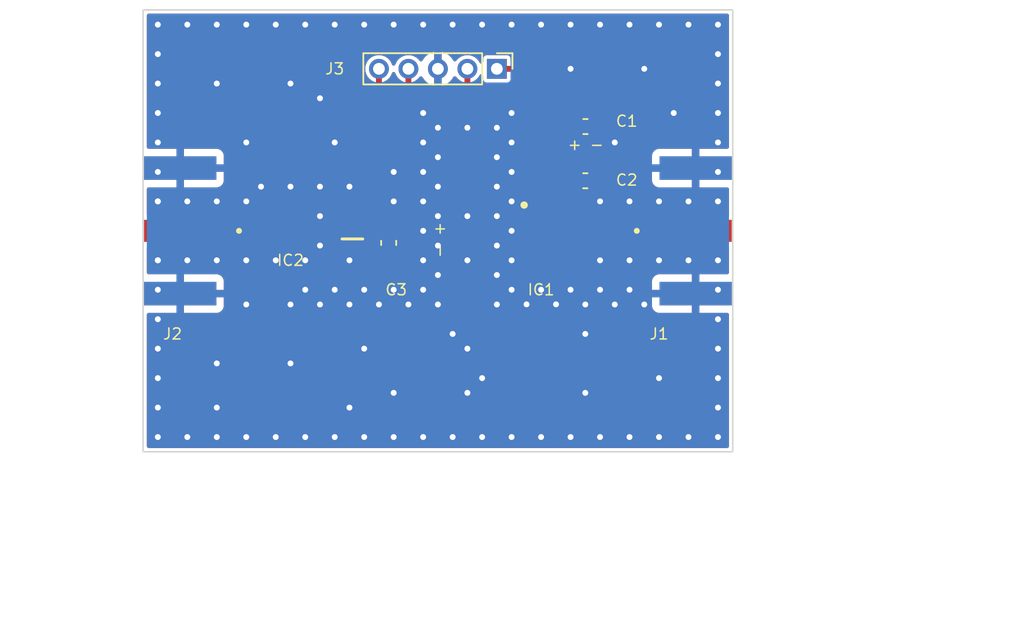
<source format=kicad_pcb>
(kicad_pcb (version 20211014) (generator pcbnew)
  (layers (0 "F.Cu" signal) (31 "B.Cu" signal) (34 "B.Paste" user) (35 "F.Paste" user) (36 "B.SilkS" user "B.Silkscreen") (37 "F.SilkS" user "F.Silkscreen") (38 "B.Mask" user) (39 "F.Mask" user) (44 "Edge.Cuts" user))
  (net 0 "")
  (net 1 "/Vcc_1")
  (net 2 "GND")
  (net 3 "/Vcc_2")
  (net 4 "/RF_out_1")
  (net 5 "/Vtune_1")
  (net 6 "/Vtune_2")
  (net 7 "/RF_out_2")
  (footprint "SamacSys_Parts:SOP65P488X110-9N" (layer "F.Cu") (at 100 72 180)
    (fp_text reference "IC2" (at 2 -3) (layer "F.SilkS") (effects (font (size 0.75 0.75) (thickness 0.1))))
    (fp_text value "HMC358MS8GE" hide)
    (fp_line (start -2.9 -1.55) (end -1.5 -1.55) (layer "F.SilkS") (width 0.2))
    (pad "1" smd rect locked (at -2.2 -0.975 270) (size 0.45 1.4) (layers "F.Cu" "F.Paste" "F.Mask") (net 3 "/Vcc_2"))
    (pad "2" smd rect locked (at -2.2 -0.325 270) (size 0.45 1.4) (layers "F.Cu" "F.Paste" "F.Mask") (net 2 "GND"))
    (pad "3" smd rect locked (at -2.2 0.325 270) (size 0.45 1.4) (layers "F.Cu" "F.Paste" "F.Mask") (net 6 "/Vtune_2"))
    (pad "4" smd rect locked (at -2.2 0.975 270) (size 0.45 1.4) (layers "F.Cu" "F.Paste" "F.Mask") (net 2 "GND"))
    (pad "5" smd rect locked (at 2.2 0.975 270) (size 0.45 1.4) (layers "F.Cu" "F.Paste" "F.Mask") (net 2 "GND"))
    (pad "6" smd rect locked (at 2.2 0.325 270) (size 0.45 1.4) (layers "F.Cu" "F.Paste" "F.Mask") (net 2 "GND"))
    (pad "7" smd rect locked (at 2.2 -0.325 270) (size 0.45 1.4) (layers "F.Cu" "F.Paste" "F.Mask") (net 2 "GND"))
    (pad "8" smd rect locked (at 2.2 -0.975 270) (size 0.45 1.4) (layers "F.Cu" "F.Paste" "F.Mask") (net 7 "/RF_out_2"))
    (pad "9" smd rect locked (at 0 0 180) (size 1.78 2.41) (layers "F.Cu" "F.Paste" "F.Mask") (net 2 "GND"))
  )
  (footprint "GGS_Connectors:LINX_CONSMA020.062-G" (layer "F.Cu") (at 127.9325 73 90)
    (fp_text reference "J1" (at -7 -4.9325) (layer "F.SilkS") (effects (font (size 0.75 0.75) (thickness 0.1))))
    (fp_text value "SMA")
    (fp_circle (center 0 -6.44) (end 0.1 -6.44) (layer "F.SilkS") (width 0.2) (fill none))
    (pad "1" smd rect (at 0 -2.8 90) (size 1.5 5.6) (layers "F.Cu" "F.Paste" "F.Mask") (net 4 "/RF_out_1"))
    (pad "S1" smd rect (at -4.26 -2.45 90) (size 1.6 4.9) (layers "F.Cu" "F.Paste" "F.Mask") (net 2 "GND"))
    (pad "S2" smd rect (at 4.26 -2.45 90) (size 1.6 4.9) (layers "F.Cu" "F.Paste" "F.Mask") (net 2 "GND"))
    (pad "S3" smd rect (at -4.26 -2.45 90) (size 1.6 4.9) (layers "B.Cu" "B.Paste" "B.Mask") (net 2 "GND"))
    (pad "S4" smd rect (at 4.26 -2.45 90) (size 1.6 4.9) (layers "B.Cu" "B.Paste" "B.Mask") (net 2 "GND"))
  )
  (footprint "Connector_PinHeader_2.00mm:PinHeader_1x05_P2.00mm_Vertical" (layer "F.Cu") (at 112 62 -90)
    (fp_text reference "J3" (at 0 11) (layer "F.SilkS") (effects (font (size 0.75 0.75) (thickness 0.1))))
    (fp_text value "Conn_01x05")
    (fp_line (start 1.06 1) (end 1.06 9.06) (layer "F.SilkS") (width 0.12))
    (fp_line (start -1.06 -1.06) (end 0 -1.06) (layer "F.SilkS") (width 0.12))
    (fp_line (start -1.06 0) (end -1.06 -1.06) (layer "F.SilkS") (width 0.12))
    (fp_line (start -1.06 9.06) (end 1.06 9.06) (layer "F.SilkS") (width 0.12))
    (fp_line (start -1.06 1) (end 1.06 1) (layer "F.SilkS") (width 0.12))
    (fp_line (start -1.06 1) (end -1.06 9.06) (layer "F.SilkS") (width 0.12))
    (pad "1" thru_hole rect (at 0 0 270) (size 1.35 1.35) (drill 0.8) (layers *.Cu *.Mask) (net 1 "/Vcc_1"))
    (pad "2" thru_hole oval (at 0 2 270) (size 1.35 1.35) (drill 0.8) (layers *.Cu *.Mask) (net 5 "/Vtune_1"))
    (pad "3" thru_hole oval (at 0 4 270) (size 1.35 1.35) (drill 0.8) (layers *.Cu *.Mask) (net 2 "GND"))
    (pad "4" thru_hole oval (at 0 6 270) (size 1.35 1.35) (drill 0.8) (layers *.Cu *.Mask) (net 3 "/Vcc_2"))
    (pad "5" thru_hole oval (at 0 8 270) (size 1.35 1.35) (drill 0.8) (layers *.Cu *.Mask) (net 6 "/Vtune_2"))
  )
  (footprint "Capacitor_SMD:C_0603_1608Metric_Pad1.08x0.95mm_HandSolder" (layer "F.Cu") (at 104.66 73.82 -90)
    (fp_text reference "C3" (at 3.18 -0.51) (layer "F.SilkS") (effects (font (size 0.75 0.75) (thickness 0.1))))
    (fp_text value "10 uF")
    (fp_line (start -0.146267 -0.51) (end 0.146267 -0.51) (layer "F.SilkS") (width 0.12))
    (fp_line (start -0.146267 0.51) (end 0.146267 0.51) (layer "F.SilkS") (width 0.12))
    (pad "1" smd roundrect (at -0.8625 0 270) (size 1.075 0.95) (layers "F.Cu" "F.Paste" "F.Mask") (net 3 "/Vcc_2"))
    (pad "2" smd roundrect (at 0.8625 0 270) (size 1.075 0.95) (layers "F.Cu" "F.Paste" "F.Mask") (net 2 "GND"))
  )
  (footprint "Capacitor_SMD:C_0603_1608Metric_Pad1.08x0.95mm_HandSolder" (layer "F.Cu") (at 118.01 65.92)
    (fp_text reference "C1" (at 2.8 -0.37 180) (layer "F.SilkS") (effects (font (size 0.75 0.75) (thickness 0.1))))
    (fp_text value "4.7 uF")
    (fp_line (start -0.146267 0.51) (end 0.146267 0.51) (layer "F.SilkS") (width 0.12))
    (fp_line (start -0.146267 -0.51) (end 0.146267 -0.51) (layer "F.SilkS") (width 0.12))
    (pad "1" smd roundrect (at -0.8625 0) (size 1.075 0.95) (layers "F.Cu" "F.Paste" "F.Mask") (net 1 "/Vcc_1"))
    (pad "2" smd roundrect (at 0.8625 0) (size 1.075 0.95) (layers "F.Cu" "F.Paste" "F.Mask") (net 2 "GND"))
  )
  (footprint "Capacitor_SMD:C_0603_1608Metric_Pad1.08x0.95mm_HandSolder" (layer "F.Cu") (at 118 69.6)
    (fp_text reference "C2" (at 2.81 -0.05 180) (layer "F.SilkS") (effects (font (size 0.75 0.75) (thickness 0.1))))
    (fp_text value "10 nF")
    (fp_line (start -0.146267 0.51) (end 0.146267 0.51) (layer "F.SilkS") (width 0.12))
    (fp_line (start -0.146267 -0.51) (end 0.146267 -0.51) (layer "F.SilkS") (width 0.12))
    (pad "1" smd roundrect (at -0.8625 0) (size 1.075 0.95) (layers "F.Cu" "F.Paste" "F.Mask") (net 1 "/Vcc_1"))
    (pad "2" smd roundrect (at 0.8625 0) (size 1.075 0.95) (layers "F.Cu" "F.Paste" "F.Mask") (net 2 "GND"))
  )
  (footprint "SamacSys_Parts:QFN50P400X400X100-25N" (layer "F.Cu") (at 116.250007 73.249999)
    (fp_text reference "IC1" (at -1.250007 3.750001) (layer "F.SilkS") (effects (font (size 0.75 0.75) (thickness 0.1))))
    (fp_text value "HMC506LP4E" hide)
    (fp_circle (center -2.4 -2) (end -2.4 -1.875) (layer "F.SilkS") (width 0.25) (fill none))
    (pad "1" smd rect locked (at -2.05 -1.25 90) (size 0.3 0.7) (layers "F.Cu" "F.Paste" "F.Mask") (net 2 "GND"))
    (pad "2" smd rect locked (at -2.05 -0.75 90) (size 0.3 0.7) (layers "F.Cu" "F.Paste" "F.Mask") (net 2 "GND"))
    (pad "3" smd rect locked (at -2.05 -0.25 90) (size 0.3 0.7) (layers "F.Cu" "F.Paste" "F.Mask") (net 2 "GND"))
    (pad "4" smd rect locked (at -2.05 0.25 90) (size 0.3 0.7) (layers "F.Cu" "F.Paste" "F.Mask") (net 2 "GND"))
    (pad "5" smd rect locked (at -2.05 0.75 90) (size 0.3 0.7) (layers "F.Cu" "F.Paste" "F.Mask") (net 2 "GND"))
    (pad "6" smd rect locked (at -2.05 1.25 90) (size 0.3 0.7) (layers "F.Cu" "F.Paste" "F.Mask") (net 2 "GND"))
    (pad "7" smd rect locked (at -1.25 2.05) (size 0.3 0.7) (layers "F.Cu" "F.Paste" "F.Mask") (net 2 "GND"))
    (pad "8" smd rect locked (at -0.75 2.05) (size 0.3 0.7) (layers "F.Cu" "F.Paste" "F.Mask") (net 2 "GND"))
    (pad "9" smd rect locked (at -0.25 2.05) (size 0.3 0.7) (layers "F.Cu" "F.Paste" "F.Mask") (net 2 "GND"))
    (pad "10" smd rect locked (at 0.25 2.05) (size 0.3 0.7) (layers "F.Cu" "F.Paste" "F.Mask") (net 2 "GND"))
    (pad "11" smd rect locked (at 0.75 2.05) (size 0.3 0.7) (layers "F.Cu" "F.Paste" "F.Mask") (net 2 "GND"))
    (pad "12" smd rect locked (at 1.25 2.05) (size 0.3 0.7) (layers "F.Cu" "F.Paste" "F.Mask") (net 2 "GND"))
    (pad "13" smd rect locked (at 2.05 1.25 90) (size 0.3 0.7) (layers "F.Cu" "F.Paste" "F.Mask") (net 2 "GND"))
    (pad "14" smd rect locked (at 2.05 0.75 90) (size 0.3 0.7) (layers "F.Cu" "F.Paste" "F.Mask") (net 2 "GND"))
    (pad "15" smd rect locked (at 2.05 0.25 90) (size 0.3 0.7) (layers "F.Cu" "F.Paste" "F.Mask") (net 2 "GND"))
    (pad "16" smd rect locked (at 2.05 -0.25 90) (size 0.3 0.7) (layers "F.Cu" "F.Paste" "F.Mask") (net 4 "/RF_out_1"))
    (pad "17" smd rect locked (at 2.05 -0.75 90) (size 0.3 0.7) (layers "F.Cu" "F.Paste" "F.Mask") (net 2 "GND"))
    (pad "18" smd rect locked (at 2.05 -1.25 90) (size 0.3 0.7) (layers "F.Cu" "F.Paste" "F.Mask") (net 2 "GND"))
    (pad "19" smd rect locked (at 1.25 -2.05) (size 0.3 0.7) (layers "F.Cu" "F.Paste" "F.Mask") (net 2 "GND"))
    (pad "20" smd rect locked (at 0.75 -2.05) (size 0.3 0.7) (layers "F.Cu" "F.Paste" "F.Mask") (net 1 "/Vcc_1"))
    (pad "21" smd rect locked (at 0.25 -2.05) (size 0.3 0.7) (layers "F.Cu" "F.Paste" "F.Mask") (net 2 "GND"))
    (pad "22" smd rect locked (at -0.25 -2.05) (size 0.3 0.7) (layers "F.Cu" "F.Paste" "F.Mask") (net 5 "/Vtune_1"))
    (pad "23" smd rect locked (at -0.75 -2.05) (size 0.3 0.7) (layers "F.Cu" "F.Paste" "F.Mask") (net 2 "GND"))
    (pad "24" smd rect locked (at -1.25 -2.05) (size 0.3 0.7) (layers "F.Cu" "F.Paste" "F.Mask") (net 2 "GND"))
    (pad "25" smd rect locked (at 0 0) (size 2.95 2.95) (layers "F.Cu" "F.Paste" "F.Mask") (net 2 "GND"))
  )
  (footprint "GGS_Connectors:LINX_CONSMA020.062-G" (layer "F.Cu") (at 88.0675 73 -90)
    (fp_text reference "J2" (at 7 -1.9325) (layer "F.SilkS") (effects (font (size 0.75 0.75) (thickness 0.1))))
    (fp_text value "SMA")
    (fp_circle (center 0 -6.44) (end 0.1 -6.44) (layer "F.SilkS") (width 0.2) (fill none))
    (pad "1" smd rect (at 0 -2.8 270) (size 1.5 5.6) (layers "F.Cu" "F.Paste" "F.Mask") (net 7 "/RF_out_2"))
    (pad "S1" smd rect (at -4.26 -2.45 270) (size 1.6 4.9) (layers "F.Cu" "F.Paste" "F.Mask") (net 2 "GND"))
    (pad "S2" smd rect (at 4.26 -2.45 270) (size 1.6 4.9) (layers "F.Cu" "F.Paste" "F.Mask") (net 2 "GND"))
    (pad "S3" smd rect (at -4.26 -2.45 270) (size 1.6 4.9) (layers "B.Cu" "B.Paste" "B.Mask") (net 2 "GND"))
    (pad "S4" smd rect (at 4.26 -2.45 270) (size 1.6 4.9) (layers "B.Cu" "B.Paste" "B.Mask") (net 2 "GND"))
  )
  (gr_rect (start 128 58) (end 88 88) (layer "Edge.Cuts") (width 0.1) (fill none))
  (gr_text "+ -" (at 118.03 67.14) (layer "F.SilkS") (effects (font (size 0.75 0.75) (thickness 0.1))))
  (gr_text "+ -" (at 108.21 73.62 270) (layer "F.SilkS") (effects (font (size 0.75 0.75) (thickness 0.1))))
  (segment (start 117.044966 65.88) (end 117.044966 69.55) (width 0.4) (layer "F.Cu") (net 1))
  (segment (start 117.044966 64.044966) (end 115 62) (width 0.4) (layer "F.Cu") (net 1))
  (segment (start 117.034966 69.56) (end 117.000007 69.594959) (width 0.4) (layer "F.Cu") (net 1))
  (segment (start 117.044966 69.55) (end 117.034966 69.56) (width 0.4) (layer "F.Cu") (net 1))
  (segment (start 115 62) (end 112 62) (width 0.4) (layer "F.Cu") (net 1))
  (segment (start 117.044966 65.88) (end 117.044966 64.044966) (width 0.4) (layer "F.Cu") (net 1))
  (segment (start 117.000007 69.594959) (end 117.000007 71.199999) (width 0.4) (layer "F.Cu") (net 1))
  (segment (start 115 74.5) (end 116.25 73.25) (width 0.25) (layer "F.Cu") (net 2))
  (segment (start 117.5 74.5) (end 116.25 73.25) (width 0.25) (layer "F.Cu") (net 2))
  (via (at 102 75) (size 0.8) (drill 0.4) (layers "F.Cu" "B.Cu") (net 2))
  (via (at 121 87) (size 0.8) (drill 0.4) (layers "F.Cu" "B.Cu") (net 2))
  (via (at 123 87) (size 0.8) (drill 0.4) (layers "F.Cu" "B.Cu") (net 2))
  (via (at 118 80) (size 0.8) (drill 0.4) (layers "F.Cu" "B.Cu") (net 2))
  (via (at 105 69) (size 0.8) (drill 0.4) (layers "F.Cu" "B.Cu") (net 2))
  (via (at 122 78) (size 0.8) (drill 0.4) (layers "F.Cu" "B.Cu") (net 2))
  (via (at 93 87) (size 0.8) (drill 0.4) (layers "F.Cu" "B.Cu") (net 2))
  (via (at 113 65) (size 0.8) (drill 0.4) (layers "F.Cu" "B.Cu") (net 2))
  (via (at 100 72) (size 0.8) (drill 0.4) (layers "F.Cu" "B.Cu") (net 2))
  (via (at 107 75) (size 0.8) (drill 0.4) (layers "F.Cu" "B.Cu") (net 2))
  (via (at 123 59) (size 0.8) (drill 0.4) (layers "F.Cu" "B.Cu") (net 2))
  (via (at 103 77) (size 0.8) (drill 0.4) (layers "F.Cu" "B.Cu") (net 2))
  (via (at 127 85) (size 0.8) (drill 0.4) (layers "F.Cu" "B.Cu") (net 2))
  (via (at 113 75) (size 0.8) (drill 0.4) (layers "F.Cu" "B.Cu") (net 2))
  (via (at 113 59) (size 0.8) (drill 0.4) (layers "F.Cu" "B.Cu") (net 2))
  (via (at 112 72) (size 0.8) (drill 0.4) (layers "F.Cu" "B.Cu") (net 2))
  (via (at 127 63) (size 0.8) (drill 0.4) (layers "F.Cu" "B.Cu") (net 2))
  (via (at 127 61) (size 0.8) (drill 0.4) (layers "F.Cu" "B.Cu") (net 2))
  (via (at 89 75) (size 0.8) (drill 0.4) (layers "F.Cu" "B.Cu") (net 2))
  (via (at 112 70) (size 0.8) (drill 0.4) (layers "F.Cu" "B.Cu") (net 2))
  (via (at 124 65) (size 0.8) (drill 0.4) (layers "F.Cu" "B.Cu") (net 2))
  (via (at 112 74) (size 0.8) (drill 0.4) (layers "F.Cu" "B.Cu") (net 2))
  (via (at 102 70) (size 0.8) (drill 0.4) (layers "F.Cu" "B.Cu") (net 2))
  (via (at 89 83) (size 0.8) (drill 0.4) (layers "F.Cu" "B.Cu") (net 2))
  (via (at 89 69) (size 0.8) (drill 0.4) (layers "F.Cu" "B.Cu") (net 2))
  (via (at 118 84) (size 0.8) (drill 0.4) (layers "F.Cu" "B.Cu") (net 2))
  (via (at 122 62) (size 0.8) (drill 0.4) (layers "F.Cu" "B.Cu") (net 2))
  (via (at 111 59) (size 0.8) (drill 0.4) (layers "F.Cu" "B.Cu") (net 2))
  (via (at 119 87) (size 0.8) (drill 0.4) (layers "F.Cu" "B.Cu") (net 2))
  (via (at 93 63) (size 0.8) (drill 0.4) (layers "F.Cu" "B.Cu") (net 2))
  (via (at 107 69) (size 0.8) (drill 0.4) (layers "F.Cu" "B.Cu") (net 2))
  (via (at 119 71) (size 0.8) (drill 0.4) (layers "F.Cu" "B.Cu") (net 2))
  (via (at 105 59) (size 0.8) (drill 0.4) (layers "F.Cu" "B.Cu") (net 2))
  (via (at 125 75) (size 0.8) (drill 0.4) (layers "F.Cu" "B.Cu") (net 2))
  (via (at 93 85) (size 0.8) (drill 0.4) (layers "F.Cu" "B.Cu") (net 2))
  (via (at 127 77) (size 0.8) (drill 0.4) (layers "F.Cu" "B.Cu") (net 2))
  (via (at 121 71) (size 0.8) (drill 0.4) (layers "F.Cu" "B.Cu") (net 2))
  (via (at 109 87) (size 0.8) (drill 0.4) (layers "F.Cu" "B.Cu") (net 2))
  (via (at 104 78) (size 0.8) (drill 0.4) (layers "F.Cu" "B.Cu") (net 2))
  (via (at 115 59) (size 0.8) (drill 0.4) (layers "F.Cu" "B.Cu") (net 2))
  (via (at 117 87) (size 0.8) (drill 0.4) (layers "F.Cu" "B.Cu") (net 2))
  (via (at 127 69) (size 0.8) (drill 0.4) (layers "F.Cu" "B.Cu") (net 2))
  (via (at 89 85) (size 0.8) (drill 0.4) (layers "F.Cu" "B.Cu") (net 2))
  (via (at 111 87) (size 0.8) (drill 0.4) (layers "F.Cu" "B.Cu") (net 2))
  (via (at 89 61) (size 0.8) (drill 0.4) (layers "F.Cu" "B.Cu") (net 2))
  (via (at 127 79) (size 0.8) (drill 0.4) (layers "F.Cu" "B.Cu") (net 2))
  (via (at 113 67) (size 0.8) (drill 0.4) (layers "F.Cu" "B.Cu") (net 2))
  (via (at 89 65) (size 0.8) (drill 0.4) (layers "F.Cu" "B.Cu") (net 2))
  (via (at 107 73) (size 0.8) (drill 0.4) (layers "F.Cu" "B.Cu") (net 2))
  (via (at 112 78) (size 0.8) (drill 0.4) (layers "F.Cu" "B.Cu") (net 2))
  (via (at 127 67) (size 0.8) (drill 0.4) (layers "F.Cu" "B.Cu") (net 2))
  (via (at 108 74) (size 0.8) (drill 0.4) (layers "F.Cu" "B.Cu") (net 2))
  (via (at 93 59) (size 0.8) (drill 0.4) (layers "F.Cu" "B.Cu") (net 2))
  (via (at 91 75) (size 0.8) (drill 0.4) (layers "F.Cu" "B.Cu") (net 2))
  (via (at 97 59) (size 0.8) (drill 0.4) (layers "F.Cu" "B.Cu") (net 2))
  (via (at 99 77) (size 0.8) (drill 0.4) (layers "F.Cu" "B.Cu") (net 2))
  (via (at 89 79) (size 0.8) (drill 0.4) (layers "F.Cu" "B.Cu") (net 2))
  (via (at 91 59) (size 0.8) (drill 0.4) (layers "F.Cu" "B.Cu") (net 2))
  (via (at 110 72) (size 0.8) (drill 0.4) (layers "F.Cu" "B.Cu") (net 2))
  (via (at 119 75) (size 0.8) (drill 0.4) (layers "F.Cu" "B.Cu") (net 2))
  (via (at 127 87) (size 0.8) (drill 0.4) (layers "F.Cu" "B.Cu") (net 2))
  (via (at 89 77) (size 0.8) (drill 0.4) (layers "F.Cu" "B.Cu") (net 2))
  (via (at 113 77) (size 0.8) (drill 0.4) (layers "F.Cu" "B.Cu") (net 2))
  (via (at 127 71) (size 0.8) (drill 0.4) (layers "F.Cu" "B.Cu") (net 2))
  (via (at 113 87) (size 0.8) (drill 0.4) (layers "F.Cu" "B.Cu") (net 2))
  (via (at 113 73) (size 0.8) (drill 0.4) (layers "F.Cu" "B.Cu") (net 2))
  (via (at 108 78) (size 0.8) (drill 0.4) (layers "F.Cu" "B.Cu") (net 2))
  (via (at 123 71) (size 0.8) (drill 0.4) (layers "F.Cu" "B.Cu") (net 2))
  (via (at 89 67) (size 0.8) (drill 0.4) (layers "F.Cu" "B.Cu") (net 2))
  (via (at 108 70) (size 0.8) (drill 0.4) (layers "F.Cu" "B.Cu") (net 2))
  (via (at 89 63) (size 0.8) (drill 0.4) (layers "F.Cu" "B.Cu") (net 2))
  (via (at 110 66) (size 0.8) (drill 0.4) (layers "F.Cu" "B.Cu") (net 2))
  (via (at 110 84) (size 0.8) (drill 0.4) (layers "F.Cu" "B.Cu") (net 2))
  (via (at 120 78) (size 0.8) (drill 0.4) (layers "F.Cu" "B.Cu") (net 2))
  (via (at 101 77) (size 0.8) (drill 0.4) (layers "F.Cu" "B.Cu") (net 2))
  (via (at 91 71) (size 0.8) (drill 0.4) (layers "F.Cu" "B.Cu") (net 2))
  (via (at 107 67) (size 0.8) (drill 0.4) (layers "F.Cu" "B.Cu") (net 2))
  (via (at 115 87) (size 0.8) (drill 0.4) (layers "F.Cu" "B.Cu") (net 2))
  (via (at 98 82) (size 0.8) (drill 0.4) (layers "F.Cu" "B.Cu") (net 2))
  (via (at 127 65) (size 0.8) (drill 0.4) (layers "F.Cu" "B.Cu") (net 2))
  (via (at 117 62) (size 0.8) (drill 0.4) (layers "F.Cu" "B.Cu") (net 2))
  (via (at 117 77) (size 0.8) (drill 0.4) (layers "F.Cu" "B.Cu") (net 2))
  (via (at 127 81) (size 0.8) (drill 0.4) (layers "F.Cu" "B.Cu") (net 2))
  (via (at 95 71) (size 0.8) (drill 0.4) (layers "F.Cu" "B.Cu") (net 2))
  (via (at 109 59) (size 0.8) (drill 0.4) (layers "F.Cu" "B.Cu") (net 2))
  (via (at 105 71) (size 0.8) (drill 0.4) (layers "F.Cu" "B.Cu") (net 2))
  (via (at 109 80) (size 0.8) (drill 0.4) (layers "F.Cu" "B.Cu") (net 2))
  (via (at 121 75) (size 0.8) (drill 0.4) (layers "F.Cu" "B.Cu") (net 2))
  (via (at 110 75) (size 0.8) (drill 0.4) (layers "F.Cu" "B.Cu") (net 2))
  (via (at 100 70) (size 0.8) (drill 0.4) (layers "F.Cu" "B.Cu") (net 2))
  (via (at 89 59) (size 0.8) (drill 0.4) (layers "F.Cu" "B.Cu") (net 2))
  (via (at 96 70) (size 0.8) (drill 0.4) (layers "F.Cu" "B.Cu") (net 2))
  (via (at 91 87) (size 0.8) (drill 0.4) (layers "F.Cu" "B.Cu") (net 2))
  (via (at 98 78) (size 0.8) (drill 0.4) (layers "F.Cu" "B.Cu") (net 2))
  (via (at 100 78) (size 0.8) (drill 0.4) (layers "F.Cu" "B.Cu") (net 2))
  (via (at 102 78) (size 0.8) (drill 0.4) (layers "F.Cu" "B.Cu") (net 2))
  (via (at 123 83) (size 0.8) (drill 0.4) (layers "F.Cu" "B.Cu") (net 2))
  (via (at 112 68) (size 0.8) (drill 0.4) (layers "F.Cu" "B.Cu") (net 2))
  (via (at 119 59) (size 0.8) (drill 0.4) (layers "F.Cu" "B.Cu") (net 2))
  (via (at 95 87) (size 0.8) (drill 0.4) (layers "F.Cu" "B.Cu") (net 2))
  (via (at 127 75) (size 0.8) (drill 0.4) (layers "F.Cu" "B.Cu") (net 2))
  (via (at 108 72) (size 0.8) (drill 0.4) (layers "F.Cu" "B.Cu") (net 2))
  (via (at 106 78) (size 0.8) (drill 0.4) (layers "F.Cu" "B.Cu") (net 2))
  (via (at 95 75) (size 0.8) (drill 0.4) (layers "F.Cu" "B.Cu") (net 2))
  (via (at 127 83) (size 0.8) (drill 0.4) (layers "F.Cu" "B.Cu") (net 2))
  (via (at 95 78) (size 0.8) (drill 0.4) (layers "F.Cu" "B.Cu") (net 2))
  (via (at 107 59) (size 0.8) (drill 0.4) (layers "F.Cu" "B.Cu") (net 2))
  (via (at 101 67) (size 0.8) (drill 0.4) (layers "F.Cu" "B.Cu") (net 2))
  (via (at 120 67) (size 0.8) (drill 0.4) (layers "F.Cu" "B.Cu") (net 2))
  (via (at 89 71) (size 0.8) (drill 0.4) (layers "F.Cu" "B.Cu") (net 2))
  (via (at 113 69) (size 0.8) (drill 0.4) (layers "F.Cu" "B.Cu") (net 2))
  (via (at 99 59) (size 0.8) (drill 0.4) (layers "F.Cu" "B.Cu") (net 2))
  (via (at 95 67) (size 0.8) (drill 0.4) (layers "F.Cu" "B.Cu") (net 2))
  (via (at 107 87) (size 0.8) (drill 0.4) (layers "F.Cu" "B.Cu") (net 2))
  (via (at 89 71) (size 0.8) (drill 0.4) (layers "F.Cu" "B.Cu") (net 2))
  (via (at 110 81) (size 0.8) (drill 0.4) (layers "F.Cu" "B.Cu") (net 2))
  (via (at 116.014577 77.990329) (size 0.8) (drill 0.4) (layers "F.Cu" "B.Cu") (net 2))
  (via (at 114.014577 77.990329) (size 0.8) (drill 0.4) (layers "F.Cu" "B.Cu") (net 2))
  (via (at 103 59) (size 0.8) (drill 0.4) (layers "F.Cu" "B.Cu") (net 2))
  (via (at 125 59) (size 0.8) (drill 0.4) (layers "F.Cu" "B.Cu") (net 2))
  (via (at 125 71) (size 0.8) (drill 0.4) (layers "F.Cu" "B.Cu") (net 2))
  (via (at 105 77) (size 0.8) (drill 0.4) (layers "F.Cu" "B.Cu") (net 2))
  (via (at 107 71) (size 0.8) (drill 0.4) (layers "F.Cu" "B.Cu") (net 2))
  (via (at 119 77) (size 0.8) (drill 0.4) (layers "F.Cu" "B.Cu") (net 2))
  (via (at 103 87) (size 0.8) (drill 0.4) (layers "F.Cu" "B.Cu") (net 2))
  (via (at 107 77) (size 0.8) (drill 0.4) (layers "F.Cu" "B.Cu") (net 2))
  (via (at 115 77) (size 0.8) (drill 0.4) (layers "F.Cu" "B.Cu") (net 2))
  (via (at 101 87) (size 0.8) (drill 0.4) (layers "F.Cu" "B.Cu") (net 2))
  (via (at 93 71) (size 0.8) (drill 0.4) (layers "F.Cu" "B.Cu") (net 2))
  (via (at 121 59) (size 0.8) (drill 0.4) (layers "F.Cu" "B.Cu") (net 2))
  (via (at 123 75) (size 0.8) (drill 0.4) (layers "F.Cu" "B.Cu") (net 2))
  (via (at 112 66) (size 0.8) (drill 0.4) (layers "F.Cu" "B.Cu") (net 2))
  (via (at 108 66) (size 0.8) (drill 0.4) (layers "F.Cu" "B.Cu") (net 2))
  (via (at 125 87) (size 0.8) (drill 0.4) (layers "F.Cu" "B.Cu") (net 2))
  (via (at 98 70) (size 0.8) (drill 0.4) (layers "F.Cu" "B.Cu") (net 2))
  (via (at 89 75) (size 0.8) (drill 0.4) (layers "F.Cu" "B.Cu") (net 2))
  (via (at 105 84) (size 0.8) (drill 0.4) (layers "F.Cu" "B.Cu") (net 2))
  (via (at 101 59) (size 0.8) (drill 0.4) (layers "F.Cu" "B.Cu") (net 2))
  (via (at 102 85) (size 0.8) (drill 0.4) (layers "F.Cu" "B.Cu") (net 2))
  (via (at 99 87) (size 0.8) (drill 0.4) (layers "F.Cu" "B.Cu") (net 2))
  (via (at 97 87) (size 0.8) (drill 0.4) (layers "F.Cu" "B.Cu") (net 2))
  (via (at 118 78) (size 0.8) (drill 0.4) (layers "F.Cu" "B.Cu") (net 2))
  (via (at 127 59) (size 0.8) (drill 0.4) (layers "F.Cu" "B.Cu") (net 2))
  (via (at 117 59) (size 0.8) (drill 0.4) (layers "F.Cu" "B.Cu") (net 2))
  (via (at 121 77) (size 0.8) (drill 0.4) (layers "F.Cu" "B.Cu") (net 2))
  (via (at 89 81) (size 0.8) (drill 0.4) (layers "F.Cu" "B.Cu") (net 2))
  (via (at 89 87) (size 0.8) (drill 0.4) (layers "F.Cu" "B.Cu") (net 2))
  (via (at 99 75) (size 0.8) (drill 0.4) (layers "F.Cu" "B.Cu") (net 2))
  (via (at 108 68) (size 0.8) (drill 0.4) (layers "F.Cu" "B.Cu") (net 2))
  (via (at 105 87) (size 0.8) (drill 0.4) (layers "F.Cu" "B.Cu") (net 2))
  (via (at 98 63) (size 0.8) (drill 0.4) (layers "F.Cu" "B.Cu") (net 2))
  (via (at 97 75) (size 0.8) (drill 0.4) (layers "F.Cu" "B.Cu") (net 2))
  (via (at 111 83) (size 0.8) (drill 0.4) (layers "F.Cu" "B.Cu") (net 2))
  (via (at 108 76) (size 0.8) (drill 0.4) (layers "F.Cu" "B.Cu") (net 2))
  (via (at 107 65) (size 0.8) (drill 0.4) (layers "F.Cu" "B.Cu") (net 2))
  (via (at 100 74) (size 0.8) (drill 0.4) (layers "F.Cu" "B.Cu") (net 2))
  (via (at 93 75) (size 0.8) (drill 0.4) (layers "F.Cu" "B.Cu") (net 2))
  (via (at 95 59) (size 0.8) (drill 0.4) (layers "F.Cu" "B.Cu") (net 2))
  (via (at 103 81) (size 0.8) (drill 0.4) (layers "F.Cu" "B.Cu") (net 2))
  (via (at 100 64) (size 0.8) (drill 0.4) (layers "F.Cu" "B.Cu") (net 2))
  (via (at 93 82) (size 0.8) (drill 0.4) (layers "F.Cu" "B.Cu") (net 2))
  (via (at 112 76) (size 0.8) (drill 0.4) (layers "F.Cu" "B.Cu") (net 2))
  (via (at 113 71) (size 0.8) (drill 0.4) (layers "F.Cu" "B.Cu") (net 2))
  (segment (start 104.66 72.9575) (end 104.9575 72.9575) (width 0.4) (layer "F.Cu") (net 3))
  (segment (start 104.9575 72.9575) (end 106 71.915) (width 0.4) (layer "F.Cu") (net 3))
  (segment (start 102.2 72.975) (end 104.6425 72.975) (width 0.4) (layer "F.Cu") (net 3))
  (segment (start 106 71.915) (end 106 62) (width 0.4) (layer "F.Cu") (net 3))
  (segment (start 104.6425 72.975) (end 104.66 72.9575) (width 0.4) (layer "F.Cu") (net 3))
  (segment (start 125.1325 73) (end 120 73) (width 1.62306) (layer "F.Cu") (net 4))
  (segment (start 118.300007 72.999999) (end 120 73) (width 0.4) (layer "F.Cu") (net 4))
  (segment (start 110 63.5) (end 110 62) (width 0.4) (layer "F.Cu") (net 5))
  (segment (start 116.000007 66.000007) (end 114 64) (width 0.4) (layer "F.Cu") (net 5))
  (segment (start 116.000007 71.199999) (end 116.000007 66.000007) (width 0.4) (layer "F.Cu") (net 5))
  (segment (start 114 64) (end 110.5 64) (width 0.4) (layer "F.Cu") (net 5))
  (segment (start 110.5 64) (end 110 63.5) (width 0.4) (layer "F.Cu") (net 5))
  (segment (start 102.2 71.675) (end 103.3 71.675) (width 0.4) (layer "F.Cu") (net 6))
  (segment (start 104 70.975) (end 104 62) (width 0.4) (layer "F.Cu") (net 6))
  (segment (start 103.3 71.675) (end 104 70.975) (width 0.4) (layer "F.Cu") (net 6))
  (segment (start 96.025 72.975) (end 97.8 72.975) (width 0.4) (layer "F.Cu") (net 7))
  (segment (start 90.8675 73) (end 96 73) (width 1.62306) (layer "F.Cu") (net 7))
  (segment (start 96 73) (end 96.025 72.975) (width 0.4) (layer "F.Cu") (net 7))
  (zone (net 2) (net_name "GND") (layers F&B.Cu) (connect_pads (clearance 0.254)) (min_thickness 0.254) (fill yes (thermal_gap 0.508) (thermal_bridge_width 0.508))
    (polygon (pts (xy 128 88) (xy 88 88) (xy 88 58) (xy 128 58)))
  )
)
</source>
